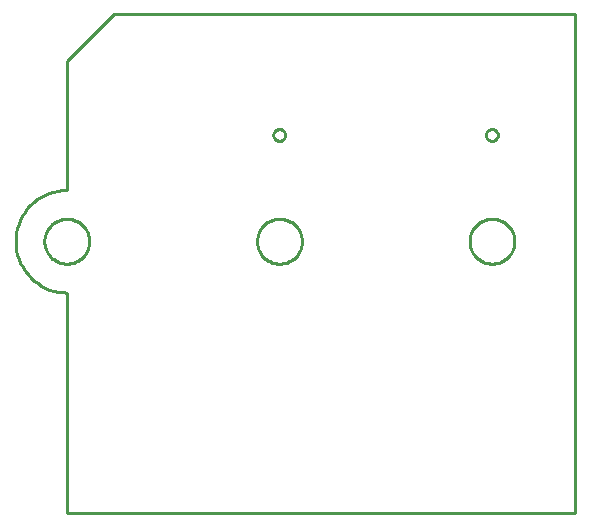
<source format=gbr>
G04 EAGLE Gerber RS-274X export*
G75*
%MOMM*%
%FSLAX34Y34*%
%LPD*%
%IN*%
%IPPOS*%
%AMOC8*
5,1,8,0,0,1.08239X$1,22.5*%
G01*
%ADD10C,0.254000*%


D10*
X0Y0D02*
X430135Y0D01*
X430135Y422500D01*
X40000Y422500D01*
X0Y382500D01*
X0Y273428D01*
X-3784Y273251D01*
X-7539Y272745D01*
X-11235Y271913D01*
X-14845Y270763D01*
X-18341Y269302D01*
X-21696Y267542D01*
X-24885Y265496D01*
X-27883Y263181D01*
X-30669Y260612D01*
X-33219Y257811D01*
X-35516Y254798D01*
X-37542Y251597D01*
X-39281Y248231D01*
X-40720Y244726D01*
X-41848Y241109D01*
X-42656Y237408D01*
X-43139Y233650D01*
X-43293Y229865D01*
X-43116Y226080D01*
X-42609Y222325D01*
X-41778Y218629D01*
X-40627Y215019D01*
X-39166Y211524D01*
X-37407Y208169D01*
X-35361Y204980D01*
X-33045Y201981D01*
X-30477Y199196D01*
X-27676Y196645D01*
X-24663Y194348D01*
X-21461Y192323D01*
X-18095Y190584D01*
X-14591Y189145D01*
X-10974Y188017D01*
X-7272Y187208D01*
X-3515Y186725D01*
X0Y186572D01*
X0Y0D01*
X19135Y229426D02*
X19066Y228280D01*
X18927Y227140D01*
X18720Y226010D01*
X18446Y224896D01*
X18104Y223799D01*
X17697Y222726D01*
X17225Y221679D01*
X16692Y220662D01*
X16098Y219679D01*
X15446Y218734D01*
X14737Y217830D01*
X13976Y216971D01*
X13164Y216159D01*
X12305Y215398D01*
X11401Y214689D01*
X10456Y214037D01*
X9473Y213443D01*
X8456Y212910D01*
X7409Y212438D01*
X6336Y212031D01*
X5239Y211690D01*
X4125Y211415D01*
X2995Y211208D01*
X1855Y211069D01*
X709Y211000D01*
X-439Y211000D01*
X-1585Y211069D01*
X-2725Y211208D01*
X-3855Y211415D01*
X-4969Y211690D01*
X-6066Y212031D01*
X-7139Y212438D01*
X-8186Y212910D01*
X-9203Y213443D01*
X-10186Y214037D01*
X-11131Y214689D01*
X-12035Y215398D01*
X-12894Y216159D01*
X-13706Y216971D01*
X-14467Y217830D01*
X-15176Y218734D01*
X-15828Y219679D01*
X-16422Y220662D01*
X-16955Y221679D01*
X-17427Y222726D01*
X-17834Y223799D01*
X-18176Y224896D01*
X-18450Y226010D01*
X-18657Y227140D01*
X-18796Y228280D01*
X-18865Y229426D01*
X-18865Y230574D01*
X-18796Y231720D01*
X-18657Y232860D01*
X-18450Y233990D01*
X-18176Y235104D01*
X-17834Y236201D01*
X-17427Y237274D01*
X-16955Y238321D01*
X-16422Y239338D01*
X-15828Y240321D01*
X-15176Y241266D01*
X-14467Y242170D01*
X-13706Y243029D01*
X-12894Y243841D01*
X-12035Y244602D01*
X-11131Y245311D01*
X-10186Y245963D01*
X-9203Y246557D01*
X-8186Y247090D01*
X-7139Y247562D01*
X-6066Y247969D01*
X-4969Y248311D01*
X-3855Y248585D01*
X-2725Y248792D01*
X-1585Y248931D01*
X-439Y249000D01*
X709Y249000D01*
X1855Y248931D01*
X2995Y248792D01*
X4125Y248585D01*
X5239Y248311D01*
X6336Y247969D01*
X7409Y247562D01*
X8456Y247090D01*
X9473Y246557D01*
X10456Y245963D01*
X11401Y245311D01*
X12305Y244602D01*
X13164Y243841D01*
X13976Y243029D01*
X14737Y242170D01*
X15446Y241266D01*
X16098Y240321D01*
X16692Y239338D01*
X17225Y238321D01*
X17697Y237274D01*
X18104Y236201D01*
X18446Y235104D01*
X18720Y233990D01*
X18927Y232860D01*
X19066Y231720D01*
X19135Y230574D01*
X19135Y229426D01*
X379135Y229426D02*
X379066Y228280D01*
X378927Y227140D01*
X378720Y226010D01*
X378446Y224896D01*
X378104Y223799D01*
X377697Y222726D01*
X377225Y221679D01*
X376692Y220662D01*
X376098Y219679D01*
X375446Y218734D01*
X374737Y217830D01*
X373976Y216971D01*
X373164Y216159D01*
X372305Y215398D01*
X371401Y214689D01*
X370456Y214037D01*
X369473Y213443D01*
X368456Y212910D01*
X367409Y212438D01*
X366336Y212031D01*
X365239Y211690D01*
X364125Y211415D01*
X362995Y211208D01*
X361855Y211069D01*
X360709Y211000D01*
X359561Y211000D01*
X358415Y211069D01*
X357275Y211208D01*
X356145Y211415D01*
X355031Y211690D01*
X353934Y212031D01*
X352861Y212438D01*
X351814Y212910D01*
X350797Y213443D01*
X349814Y214037D01*
X348869Y214689D01*
X347965Y215398D01*
X347106Y216159D01*
X346294Y216971D01*
X345533Y217830D01*
X344824Y218734D01*
X344172Y219679D01*
X343578Y220662D01*
X343045Y221679D01*
X342573Y222726D01*
X342166Y223799D01*
X341825Y224896D01*
X341550Y226010D01*
X341343Y227140D01*
X341204Y228280D01*
X341135Y229426D01*
X341135Y230574D01*
X341204Y231720D01*
X341343Y232860D01*
X341550Y233990D01*
X341825Y235104D01*
X342166Y236201D01*
X342573Y237274D01*
X343045Y238321D01*
X343578Y239338D01*
X344172Y240321D01*
X344824Y241266D01*
X345533Y242170D01*
X346294Y243029D01*
X347106Y243841D01*
X347965Y244602D01*
X348869Y245311D01*
X349814Y245963D01*
X350797Y246557D01*
X351814Y247090D01*
X352861Y247562D01*
X353934Y247969D01*
X355031Y248311D01*
X356145Y248585D01*
X357275Y248792D01*
X358415Y248931D01*
X359561Y249000D01*
X360709Y249000D01*
X361855Y248931D01*
X362995Y248792D01*
X364125Y248585D01*
X365239Y248311D01*
X366336Y247969D01*
X367409Y247562D01*
X368456Y247090D01*
X369473Y246557D01*
X370456Y245963D01*
X371401Y245311D01*
X372305Y244602D01*
X373164Y243841D01*
X373976Y243029D01*
X374737Y242170D01*
X375446Y241266D01*
X376098Y240321D01*
X376692Y239338D01*
X377225Y238321D01*
X377697Y237274D01*
X378104Y236201D01*
X378446Y235104D01*
X378720Y233990D01*
X378927Y232860D01*
X379066Y231720D01*
X379135Y230574D01*
X379135Y229426D01*
X199135Y229426D02*
X199066Y228280D01*
X198927Y227140D01*
X198720Y226010D01*
X198446Y224896D01*
X198104Y223799D01*
X197697Y222726D01*
X197225Y221679D01*
X196692Y220662D01*
X196098Y219679D01*
X195446Y218734D01*
X194737Y217830D01*
X193976Y216971D01*
X193164Y216159D01*
X192305Y215398D01*
X191401Y214689D01*
X190456Y214037D01*
X189473Y213443D01*
X188456Y212910D01*
X187409Y212438D01*
X186336Y212031D01*
X185239Y211690D01*
X184125Y211415D01*
X182995Y211208D01*
X181855Y211069D01*
X180709Y211000D01*
X179561Y211000D01*
X178415Y211069D01*
X177275Y211208D01*
X176145Y211415D01*
X175031Y211690D01*
X173934Y212031D01*
X172861Y212438D01*
X171814Y212910D01*
X170797Y213443D01*
X169814Y214037D01*
X168869Y214689D01*
X167965Y215398D01*
X167106Y216159D01*
X166294Y216971D01*
X165533Y217830D01*
X164824Y218734D01*
X164172Y219679D01*
X163578Y220662D01*
X163045Y221679D01*
X162573Y222726D01*
X162166Y223799D01*
X161825Y224896D01*
X161550Y226010D01*
X161343Y227140D01*
X161204Y228280D01*
X161135Y229426D01*
X161135Y230574D01*
X161204Y231720D01*
X161343Y232860D01*
X161550Y233990D01*
X161825Y235104D01*
X162166Y236201D01*
X162573Y237274D01*
X163045Y238321D01*
X163578Y239338D01*
X164172Y240321D01*
X164824Y241266D01*
X165533Y242170D01*
X166294Y243029D01*
X167106Y243841D01*
X167965Y244602D01*
X168869Y245311D01*
X169814Y245963D01*
X170797Y246557D01*
X171814Y247090D01*
X172861Y247562D01*
X173934Y247969D01*
X175031Y248311D01*
X176145Y248585D01*
X177275Y248792D01*
X178415Y248931D01*
X179561Y249000D01*
X180709Y249000D01*
X181855Y248931D01*
X182995Y248792D01*
X184125Y248585D01*
X185239Y248311D01*
X186336Y247969D01*
X187409Y247562D01*
X188456Y247090D01*
X189473Y246557D01*
X190456Y245963D01*
X191401Y245311D01*
X192305Y244602D01*
X193164Y243841D01*
X193976Y243029D01*
X194737Y242170D01*
X195446Y241266D01*
X196098Y240321D01*
X196692Y239338D01*
X197225Y238321D01*
X197697Y237274D01*
X198104Y236201D01*
X198446Y235104D01*
X198720Y233990D01*
X198927Y232860D01*
X199066Y231720D01*
X199135Y230574D01*
X199135Y229426D01*
X185000Y319719D02*
X184937Y319161D01*
X184812Y318614D01*
X184627Y318084D01*
X184383Y317578D01*
X184084Y317102D01*
X183734Y316663D01*
X183337Y316266D01*
X182898Y315916D01*
X182422Y315617D01*
X181916Y315373D01*
X181386Y315188D01*
X180839Y315063D01*
X180281Y315000D01*
X179719Y315000D01*
X179161Y315063D01*
X178614Y315188D01*
X178084Y315373D01*
X177578Y315617D01*
X177102Y315916D01*
X176663Y316266D01*
X176266Y316663D01*
X175916Y317102D01*
X175617Y317578D01*
X175373Y318084D01*
X175188Y318614D01*
X175063Y319161D01*
X175000Y319719D01*
X175000Y320281D01*
X175063Y320839D01*
X175188Y321386D01*
X175373Y321916D01*
X175617Y322422D01*
X175916Y322898D01*
X176266Y323337D01*
X176663Y323734D01*
X177102Y324084D01*
X177578Y324383D01*
X178084Y324627D01*
X178614Y324812D01*
X179161Y324937D01*
X179719Y325000D01*
X180281Y325000D01*
X180839Y324937D01*
X181386Y324812D01*
X181916Y324627D01*
X182422Y324383D01*
X182898Y324084D01*
X183337Y323734D01*
X183734Y323337D01*
X184084Y322898D01*
X184383Y322422D01*
X184627Y321916D01*
X184812Y321386D01*
X184937Y320839D01*
X185000Y320281D01*
X185000Y319719D01*
X365000Y319719D02*
X364937Y319161D01*
X364812Y318614D01*
X364627Y318084D01*
X364383Y317578D01*
X364084Y317102D01*
X363734Y316663D01*
X363337Y316266D01*
X362898Y315916D01*
X362422Y315617D01*
X361916Y315373D01*
X361386Y315188D01*
X360839Y315063D01*
X360281Y315000D01*
X359719Y315000D01*
X359161Y315063D01*
X358614Y315188D01*
X358084Y315373D01*
X357578Y315617D01*
X357102Y315916D01*
X356663Y316266D01*
X356266Y316663D01*
X355916Y317102D01*
X355617Y317578D01*
X355373Y318084D01*
X355188Y318614D01*
X355063Y319161D01*
X355000Y319719D01*
X355000Y320281D01*
X355063Y320839D01*
X355188Y321386D01*
X355373Y321916D01*
X355617Y322422D01*
X355916Y322898D01*
X356266Y323337D01*
X356663Y323734D01*
X357102Y324084D01*
X357578Y324383D01*
X358084Y324627D01*
X358614Y324812D01*
X359161Y324937D01*
X359719Y325000D01*
X360281Y325000D01*
X360839Y324937D01*
X361386Y324812D01*
X361916Y324627D01*
X362422Y324383D01*
X362898Y324084D01*
X363337Y323734D01*
X363734Y323337D01*
X364084Y322898D01*
X364383Y322422D01*
X364627Y321916D01*
X364812Y321386D01*
X364937Y320839D01*
X365000Y320281D01*
X365000Y319719D01*
M02*

</source>
